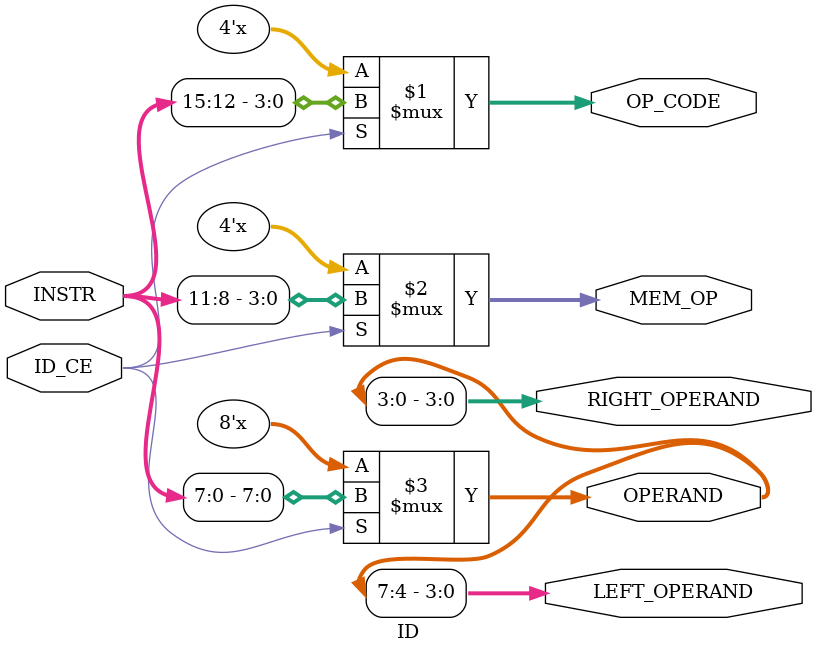
<source format=sv>
`timescale 1ns / 1ps

module ID 
(
    input  [15:0] INSTR,          // Instruction word input
    input         ID_CE,          // Chip enable
    output [3:0]  OP_CODE,        // ALU operation code
    output [3:0]  MEM_OP,         // Memory operation code
    output [7:0]  OPERAND,        // Combined operand field
    output [3:0]  LEFT_OPERAND,   // Destination operand
    output [3:0]  RIGHT_OPERAND   // Source operand
);


    // Direct bit field assignments
    assign OP_CODE = ID_CE ? INSTR[15:12] : 'x;
    assign MEM_OP = ID_CE ? INSTR[11:8] : 'x;
    assign OPERAND = ID_CE ? INSTR[7:0] : 'x;
    assign LEFT_OPERAND = OPERAND[7:4];    // Extract destination operand
    assign RIGHT_OPERAND = OPERAND[3:0];   // Extract source operand

endmodule

</source>
